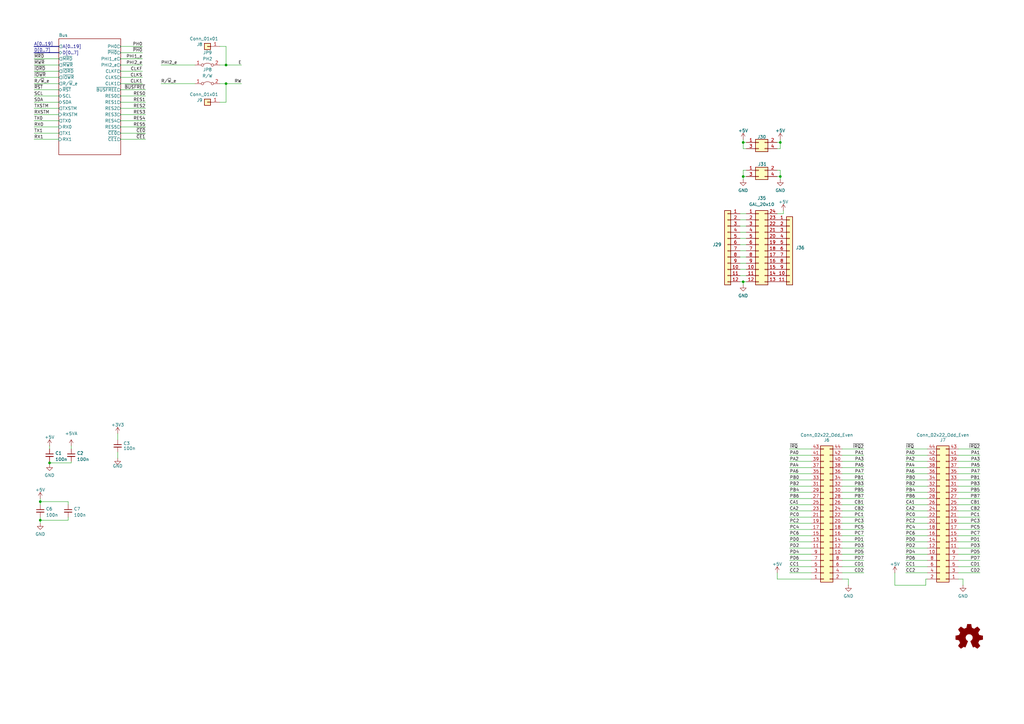
<source format=kicad_sch>
(kicad_sch (version 20231120) (generator "eeschema") (generator_version "8.0")
  (paper "A3")
  (title_block (title "Unicomp v3 - Template Board") (date "2024-10-01") (rev "v1.0") (company "100% Offner") (comment 1 "v1.0: Initial"))
  (lib_symbols
    (symbol "Connector_Generic:Conn_01x01" (pin_names (offset 1.016) hide)
      (property "Reference" "J" (at 0 2.54 0))
      (property "Value" "Conn_01x01" (at 0 -2.54 0))
      (symbol "Conn_01x01_1_1"
        (rectangle (start -1.27 0.127) (end 0 -0.127) (stroke (width 0.1524)))
        (rectangle (start -1.27 1.27) (end 1.27 -1.27) (stroke (width 0.254)) (fill (type background)))
        (pin passive line (at -5.08 0 0) (length 3.81) (name "Pin_1") (number "1"))
      )
    )
    (symbol "Connector_Generic:Conn_01x11" (pin_names (offset 1.016) hide)
      (property "Reference" "J" (at 0 15.24 0))
      (property "Value" "Conn_01x11" (at 0 -15.24 0))
      (symbol "Conn_01x11_1_1"
        (rectangle (start -1.27 -12.573) (end 0 -12.827) (stroke (width 0.1524)))
        (rectangle (start -1.27 -10.033) (end 0 -10.287) (stroke (width 0.1524)))
        (rectangle (start -1.27 -7.493) (end 0 -7.747) (stroke (width 0.1524)))
        (rectangle (start -1.27 -4.953) (end 0 -5.207) (stroke (width 0.1524)))
        (rectangle (start -1.27 -2.413) (end 0 -2.667) (stroke (width 0.1524)))
        (rectangle (start -1.27 0.127) (end 0 -0.127) (stroke (width 0.1524)))
        (rectangle (start -1.27 2.667) (end 0 2.413) (stroke (width 0.1524)))
        (rectangle (start -1.27 5.207) (end 0 4.953) (stroke (width 0.1524)))
        (rectangle (start -1.27 7.747) (end 0 7.493) (stroke (width 0.1524)))
        (rectangle (start -1.27 10.287) (end 0 10.033) (stroke (width 0.1524)))
        (rectangle (start -1.27 12.827) (end 0 12.573) (stroke (width 0.1524)))
        (rectangle (start -1.27 13.97) (end 1.27 -13.97) (stroke (width 0.254)) (fill (type background)))
        (pin passive line (at -5.08 12.7 0) (length 3.81) (name "Pin_1") (number "1"))
        (pin passive line (at -5.08 -10.16 0) (length 3.81) (name "Pin_10") (number "10"))
        (pin passive line (at -5.08 -12.7 0) (length 3.81) (name "Pin_11") (number "11"))
        (pin passive line (at -5.08 10.16 0) (length 3.81) (name "Pin_2") (number "2"))
        (pin passive line (at -5.08 7.62 0) (length 3.81) (name "Pin_3") (number "3"))
        (pin passive line (at -5.08 5.08 0) (length 3.81) (name "Pin_4") (number "4"))
        (pin passive line (at -5.08 2.54 0) (length 3.81) (name "Pin_5") (number "5"))
        (pin passive line (at -5.08 0 0) (length 3.81) (name "Pin_6") (number "6"))
        (pin passive line (at -5.08 -2.54 0) (length 3.81) (name "Pin_7") (number "7"))
        (pin passive line (at -5.08 -5.08 0) (length 3.81) (name "Pin_8") (number "8"))
        (pin passive line (at -5.08 -7.62 0) (length 3.81) (name "Pin_9") (number "9"))
      )
    )
    (symbol "Connector_Generic:Conn_01x12" (pin_names (offset 1.016) hide)
      (property "Reference" "J" (at 0 15.24 0))
      (property "Value" "Conn_01x12" (at 0 -17.78 0))
      (symbol "Conn_01x12_1_1"
        (rectangle (start -1.27 -15.113) (end 0 -15.367) (stroke (width 0.1524)))
        (rectangle (start -1.27 -12.573) (end 0 -12.827) (stroke (width 0.1524)))
        (rectangle (start -1.27 -10.033) (end 0 -10.287) (stroke (width 0.1524)))
        (rectangle (start -1.27 -7.493) (end 0 -7.747) (stroke (width 0.1524)))
        (rectangle (start -1.27 -4.953) (end 0 -5.207) (stroke (width 0.1524)))
        (rectangle (start -1.27 -2.413) (end 0 -2.667) (stroke (width 0.1524)))
        (rectangle (start -1.27 0.127) (end 0 -0.127) (stroke (width 0.1524)))
        (rectangle (start -1.27 2.667) (end 0 2.413) (stroke (width 0.1524)))
        (rectangle (start -1.27 5.207) (end 0 4.953) (stroke (width 0.1524)))
        (rectangle (start -1.27 7.747) (end 0 7.493) (stroke (width 0.1524)))
        (rectangle (start -1.27 10.287) (end 0 10.033) (stroke (width 0.1524)))
        (rectangle (start -1.27 12.827) (end 0 12.573) (stroke (width 0.1524)))
        (rectangle (start -1.27 13.97) (end 1.27 -16.51) (stroke (width 0.254)) (fill (type background)))
        (pin passive line (at -5.08 12.7 0) (length 3.81) (name "Pin_1") (number "1"))
        (pin passive line (at -5.08 -10.16 0) (length 3.81) (name "Pin_10") (number "10"))
        (pin passive line (at -5.08 -12.7 0) (length 3.81) (name "Pin_11") (number "11"))
        (pin passive line (at -5.08 -15.24 0) (length 3.81) (name "Pin_12") (number "12"))
        (pin passive line (at -5.08 10.16 0) (length 3.81) (name "Pin_2") (number "2"))
        (pin passive line (at -5.08 7.62 0) (length 3.81) (name "Pin_3") (number "3"))
        (pin passive line (at -5.08 5.08 0) (length 3.81) (name "Pin_4") (number "4"))
        (pin passive line (at -5.08 2.54 0) (length 3.81) (name "Pin_5") (number "5"))
        (pin passive line (at -5.08 0 0) (length 3.81) (name "Pin_6") (number "6"))
        (pin passive line (at -5.08 -2.54 0) (length 3.81) (name "Pin_7") (number "7"))
        (pin passive line (at -5.08 -5.08 0) (length 3.81) (name "Pin_8") (number "8"))
        (pin passive line (at -5.08 -7.62 0) (length 3.81) (name "Pin_9") (number "9"))
      )
    )
    (symbol "Connector_Generic:Conn_02x02_Odd_Even" (pin_names (offset 1.016) hide)
      (property "Reference" "J" (at 1.27 2.54 0))
      (property "Value" "Conn_02x02_Odd_Even" (at 1.27 -5.08 0))
      (symbol "Conn_02x02_Odd_Even_1_1"
        (rectangle (start -1.27 -2.413) (end 0 -2.667) (stroke (width 0.1524)))
        (rectangle (start -1.27 0.127) (end 0 -0.127) (stroke (width 0.1524)))
        (rectangle (start -1.27 1.27) (end 3.81 -3.81) (stroke (width 0.254)) (fill (type background)))
        (rectangle (start 3.81 -2.413) (end 2.54 -2.667) (stroke (width 0.1524)))
        (rectangle (start 3.81 0.127) (end 2.54 -0.127) (stroke (width 0.1524)))
        (pin passive line (at -5.08 0 0) (length 3.81) (name "Pin_1") (number "1"))
        (pin passive line (at 7.62 0 180) (length 3.81) (name "Pin_2") (number "2"))
        (pin passive line (at -5.08 -2.54 0) (length 3.81) (name "Pin_3") (number "3"))
        (pin passive line (at 7.62 -2.54 180) (length 3.81) (name "Pin_4") (number "4"))
      )
    )
    (symbol "Connector_Generic:Conn_02x12_Counter_Clockwise" (pin_names (offset 1.016) hide)
      (property "Reference" "J" (at 1.27 15.24 0))
      (property "Value" "Conn_02x12_Counter_Clockwise" (at 1.27 -17.78 0))
      (symbol "Conn_02x12_Counter_Clockwise_1_1"
        (rectangle (start -1.27 -15.113) (end 0 -15.367) (stroke (width 0.1524)))
        (rectangle (start -1.27 -12.573) (end 0 -12.827) (stroke (width 0.1524)))
        (rectangle (start -1.27 -10.033) (end 0 -10.287) (stroke (width 0.1524)))
        (rectangle (start -1.27 -7.493) (end 0 -7.747) (stroke (width 0.1524)))
        (rectangle (start -1.27 -4.953) (end 0 -5.207) (stroke (width 0.1524)))
        (rectangle (start -1.27 -2.413) (end 0 -2.667) (stroke (width 0.1524)))
        (rectangle (start -1.27 0.127) (end 0 -0.127) (stroke (width 0.1524)))
        (rectangle (start -1.27 2.667) (end 0 2.413) (stroke (width 0.1524)))
        (rectangle (start -1.27 5.207) (end 0 4.953) (stroke (width 0.1524)))
        (rectangle (start -1.27 7.747) (end 0 7.493) (stroke (width 0.1524)))
        (rectangle (start -1.27 10.287) (end 0 10.033) (stroke (width 0.1524)))
        (rectangle (start -1.27 12.827) (end 0 12.573) (stroke (width 0.1524)))
        (rectangle (start -1.27 13.97) (end 3.81 -16.51) (stroke (width 0.254)) (fill (type background)))
        (rectangle (start 3.81 -15.113) (end 2.54 -15.367) (stroke (width 0.1524)))
        (rectangle (start 3.81 -12.573) (end 2.54 -12.827) (stroke (width 0.1524)))
        (rectangle (start 3.81 -10.033) (end 2.54 -10.287) (stroke (width 0.1524)))
        (rectangle (start 3.81 -7.493) (end 2.54 -7.747) (stroke (width 0.1524)))
        (rectangle (start 3.81 -4.953) (end 2.54 -5.207) (stroke (width 0.1524)))
        (rectangle (start 3.81 -2.413) (end 2.54 -2.667) (stroke (width 0.1524)))
        (rectangle (start 3.81 0.127) (end 2.54 -0.127) (stroke (width 0.1524)))
        (rectangle (start 3.81 2.667) (end 2.54 2.413) (stroke (width 0.1524)))
        (rectangle (start 3.81 5.207) (end 2.54 4.953) (stroke (width 0.1524)))
        (rectangle (start 3.81 7.747) (end 2.54 7.493) (stroke (width 0.1524)))
        (rectangle (start 3.81 10.287) (end 2.54 10.033) (stroke (width 0.1524)))
        (rectangle (start 3.81 12.827) (end 2.54 12.573) (stroke (width 0.1524)))
        (pin passive line (at -5.08 12.7 0) (length 3.81) (name "Pin_1") (number "1"))
        (pin passive line (at -5.08 -10.16 0) (length 3.81) (name "Pin_10") (number "10"))
        (pin passive line (at -5.08 -12.7 0) (length 3.81) (name "Pin_11") (number "11"))
        (pin passive line (at -5.08 -15.24 0) (length 3.81) (name "Pin_12") (number "12"))
        (pin passive line (at 7.62 -15.24 180) (length 3.81) (name "Pin_13") (number "13"))
        (pin passive line (at 7.62 -12.7 180) (length 3.81) (name "Pin_14") (number "14"))
        (pin passive line (at 7.62 -10.16 180) (length 3.81) (name "Pin_15") (number "15"))
        (pin passive line (at 7.62 -7.62 180) (length 3.81) (name "Pin_16") (number "16"))
        (pin passive line (at 7.62 -5.08 180) (length 3.81) (name "Pin_17") (number "17"))
        (pin passive line (at 7.62 -2.54 180) (length 3.81) (name "Pin_18") (number "18"))
        (pin passive line (at 7.62 0 180) (length 3.81) (name "Pin_19") (number "19"))
        (pin passive line (at -5.08 10.16 0) (length 3.81) (name "Pin_2") (number "2"))
        (pin passive line (at 7.62 2.54 180) (length 3.81) (name "Pin_20") (number "20"))
        (pin passive line (at 7.62 5.08 180) (length 3.81) (name "Pin_21") (number "21"))
        (pin passive line (at 7.62 7.62 180) (length 3.81) (name "Pin_22") (number "22"))
        (pin passive line (at 7.62 10.16 180) (length 3.81) (name "Pin_23") (number "23"))
        (pin passive line (at 7.62 12.7 180) (length 3.81) (name "Pin_24") (number "24"))
        (pin passive line (at -5.08 7.62 0) (length 3.81) (name "Pin_3") (number "3"))
        (pin passive line (at -5.08 5.08 0) (length 3.81) (name "Pin_4") (number "4"))
        (pin passive line (at -5.08 2.54 0) (length 3.81) (name "Pin_5") (number "5"))
        (pin passive line (at -5.08 0 0) (length 3.81) (name "Pin_6") (number "6"))
        (pin passive line (at -5.08 -2.54 0) (length 3.81) (name "Pin_7") (number "7"))
        (pin passive line (at -5.08 -5.08 0) (length 3.81) (name "Pin_8") (number "8"))
        (pin passive line (at -5.08 -7.62 0) (length 3.81) (name "Pin_9") (number "9"))
      )
    )
    (symbol "Connector_Generic:Conn_02x22_Odd_Even" (pin_names (offset 1.016) hide)
      (property "Reference" "J" (at 1.27 27.94 0))
      (property "Value" "Conn_02x22_Odd_Even" (at 1.27 -30.48 0))
      (symbol "Conn_02x22_Odd_Even_1_1"
        (rectangle (start -1.27 -27.813) (end 0 -28.067) (stroke (width 0.1524)))
        (rectangle (start -1.27 -25.273) (end 0 -25.527) (stroke (width 0.1524)))
        (rectangle (start -1.27 -22.733) (end 0 -22.987) (stroke (width 0.1524)))
        (rectangle (start -1.27 -20.193) (end 0 -20.447) (stroke (width 0.1524)))
        (rectangle (start -1.27 -17.653) (end 0 -17.907) (stroke (width 0.1524)))
        (rectangle (start -1.27 -15.113) (end 0 -15.367) (stroke (width 0.1524)))
        (rectangle (start -1.27 -12.573) (end 0 -12.827) (stroke (width 0.1524)))
        (rectangle (start -1.27 -10.033) (end 0 -10.287) (stroke (width 0.1524)))
        (rectangle (start -1.27 -7.493) (end 0 -7.747) (stroke (width 0.1524)))
        (rectangle (start -1.27 -4.953) (end 0 -5.207) (stroke (width 0.1524)))
        (rectangle (start -1.27 -2.413) (end 0 -2.667) (stroke (width 0.1524)))
        (rectangle (start -1.27 0.127) (end 0 -0.127) (stroke (width 0.1524)))
        (rectangle (start -1.27 2.667) (end 0 2.413) (stroke (width 0.1524)))
        (rectangle (start -1.27 5.207) (end 0 4.953) (stroke (width 0.1524)))
        (rectangle (start -1.27 7.747) (end 0 7.493) (stroke (width 0.1524)))
        (rectangle (start -1.27 10.287) (end 0 10.033) (stroke (width 0.1524)))
        (rectangle (start -1.27 12.827) (end 0 12.573) (stroke (width 0.1524)))
        (rectangle (start -1.27 15.367) (end 0 15.113) (stroke (width 0.1524)))
        (rectangle (start -1.27 17.907) (end 0 17.653) (stroke (width 0.1524)))
        (rectangle (start -1.27 20.447) (end 0 20.193) (stroke (width 0.1524)))
        (rectangle (start -1.27 22.987) (end 0 22.733) (stroke (width 0.1524)))
        (rectangle (start -1.27 25.527) (end 0 25.273) (stroke (width 0.1524)))
        (rectangle (start -1.27 26.67) (end 3.81 -29.21) (stroke (width 0.254)) (fill (type background)))
        (rectangle (start 3.81 -27.813) (end 2.54 -28.067) (stroke (width 0.1524)))
        (rectangle (start 3.81 -25.273) (end 2.54 -25.527) (stroke (width 0.1524)))
        (rectangle (start 3.81 -22.733) (end 2.54 -22.987) (stroke (width 0.1524)))
        (rectangle (start 3.81 -20.193) (end 2.54 -20.447) (stroke (width 0.1524)))
        (rectangle (start 3.81 -17.653) (end 2.54 -17.907) (stroke (width 0.1524)))
        (rectangle (start 3.81 -15.113) (end 2.54 -15.367) (stroke (width 0.1524)))
        (rectangle (start 3.81 -12.573) (end 2.54 -12.827) (stroke (width 0.1524)))
        (rectangle (start 3.81 -10.033) (end 2.54 -10.287) (stroke (width 0.1524)))
        (rectangle (start 3.81 -7.493) (end 2.54 -7.747) (stroke (width 0.1524)))
        (rectangle (start 3.81 -4.953) (end 2.54 -5.207) (stroke (width 0.1524)))
        (rectangle (start 3.81 -2.413) (end 2.54 -2.667) (stroke (width 0.1524)))
        (rectangle (start 3.81 0.127) (end 2.54 -0.127) (stroke (width 0.1524)))
        (rectangle (start 3.81 2.667) (end 2.54 2.413) (stroke (width 0.1524)))
        (rectangle (start 3.81 5.207) (end 2.54 4.953) (stroke (width 0.1524)))
        (rectangle (start 3.81 7.747) (end 2.54 7.493) (stroke (width 0.1524)))
        (rectangle (start 3.81 10.287) (end 2.54 10.033) (stroke (width 0.1524)))
        (rectangle (start 3.81 12.827) (end 2.54 12.573) (stroke (width 0.1524)))
        (rectangle (start 3.81 15.367) (end 2.54 15.113) (stroke (width 0.1524)))
        (rectangle (start 3.81 17.907) (end 2.54 17.653) (stroke (width 0.1524)))
        (rectangle (start 3.81 20.447) (end 2.54 20.193) (stroke (width 0.1524)))
        (rectangle (start 3.81 22.987) (end 2.54 22.733) (stroke (width 0.1524)))
        (rectangle (start 3.81 25.527) (end 2.54 25.273) (stroke (width 0.1524)))
        (pin passive line (at -5.08 25.4 0) (length 3.81) (name "Pin_1") (number "1"))
        (pin passive line (at 7.62 15.24 180) (length 3.81) (name "Pin_10") (number "10"))
        (pin passive line (at -5.08 12.7 0) (length 3.81) (name "Pin_11") (number "11"))
        (pin passive line (at 7.62 12.7 180) (length 3.81) (name "Pin_12") (number "12"))
        (pin passive line (at -5.08 10.16 0) (length 3.81) (name "Pin_13") (number "13"))
        (pin passive line (at 7.62 10.16 180) (length 3.81) (name "Pin_14") (number "14"))
        (pin passive line (at -5.08 7.62 0) (length 3.81) (name "Pin_15") (number "15"))
        (pin passive line (at 7.62 7.62 180) (length 3.81) (name "Pin_16") (number "16"))
        (pin passive line (at -5.08 5.08 0) (length 3.81) (name "Pin_17") (number "17"))
        (pin passive line (at 7.62 5.08 180) (length 3.81) (name "Pin_18") (number "18"))
        (pin passive line (at -5.08 2.54 0) (length 3.81) (name "Pin_19") (number "19"))
        (pin passive line (at 7.62 25.4 180) (length 3.81) (name "Pin_2") (number "2"))
        (pin passive line (at 7.62 2.54 180) (length 3.81) (name "Pin_20") (number "20"))
        (pin passive line (at -5.08 0 0) (length 3.81) (name "Pin_21") (number "21"))
        (pin passive line (at 7.62 0 180) (length 3.81) (name "Pin_22") (number "22"))
        (pin passive line (at -5.08 -2.54 0) (length 3.81) (name "Pin_23") (number "23"))
        (pin passive line (at 7.62 -2.54 180) (length 3.81) (name "Pin_24") (number "24"))
        (pin passive line (at -5.08 -5.08 0) (length 3.81) (name "Pin_25") (number "25"))
        (pin passive line (at 7.62 -5.08 180) (length 3.81) (name "Pin_26") (number "26"))
        (pin passive line (at -5.08 -7.62 0) (length 3.81) (name "Pin_27") (number "27"))
        (pin passive line (at 7.62 -7.62 180) (length 3.81) (name "Pin_28") (number "28"))
        (pin passive line (at -5.08 -10.16 0) (length 3.81) (name "Pin_29") (number "29"))
        (pin passive line (at -5.08 22.86 0) (length 3.81) (name "Pin_3") (number "3"))
        (pin passive line (at 7.62 -10.16 180) (length 3.81) (name "Pin_30") (number "30"))
        (pin passive line (at -5.08 -12.7 0) (length 3.81) (name "Pin_31") (number "31"))
        (pin passive line (at 7.62 -12.7 180) (length 3.81) (name "Pin_32") (number "32"))
        (pin passive line (at -5.08 -15.24 0) (length 3.81) (name "Pin_33") (number "33"))
        (pin passive line (at 7.62 -15.24 180) (length 3.81) (name "Pin_34") (number "34"))
        (pin passive line (at -5.08 -17.78 0) (length 3.81) (name "Pin_35") (number "35"))
        (pin passive line (at 7.62 -17.78 180) (length 3.81) (name "Pin_36") (number "36"))
        (pin passive line (at -5.08 -20.32 0) (length 3.81) (name "Pin_37") (number "37"))
        (pin passive line (at 7.62 -20.32 180) (length 3.81) (name "Pin_38") (number "38"))
        (pin passive line (at -5.08 -22.86 0) (length 3.81) (name "Pin_39") (number "39"))
        (pin passive line (at 7.62 22.86 180) (length 3.81) (name "Pin_4") (number "4"))
        (pin passive line (at 7.62 -22.86 180) (length 3.81) (name "Pin_40") (number "40"))
        (pin passive line (at -5.08 -25.4 0) (length 3.81) (name "Pin_41") (number "41"))
        (pin passive line (at 7.62 -25.4 180) (length 3.81) (name "Pin_42") (number "42"))
        (pin passive line (at -5.08 -27.94 0) (length 3.81) (name "Pin_43") (number "43"))
        (pin passive line (at 7.62 -27.94 180) (length 3.81) (name "Pin_44") (number "44"))
        (pin passive line (at -5.08 20.32 0) (length 3.81) (name "Pin_5") (number "5"))
        (pin passive line (at 7.62 20.32 180) (length 3.81) (name "Pin_6") (number "6"))
        (pin passive line (at -5.08 17.78 0) (length 3.81) (name "Pin_7") (number "7"))
        (pin passive line (at 7.62 17.78 180) (length 3.81) (name "Pin_8") (number "8"))
        (pin passive line (at -5.08 15.24 0) (length 3.81) (name "Pin_9") (number "9"))
      )
    )
    (symbol "Device:C_Small" (pin_numbers hide) (pin_names (offset 0.254) hide)
      (property "Reference" "C" (at 0.254 1.778 0))
      (property "Value" "C_Small" (at 0.254 -2.032 0))
      (symbol "C_Small_0_1"
        (polyline (pts (xy -1.524 -0.508) (xy 1.524 -0.508)) (stroke (width 0.3302)))
        (polyline (pts (xy -1.524 0.508) (xy 1.524 0.508)) (stroke (width 0.3048)))
      )
      (symbol "C_Small_1_1"
        (pin passive line (at 0 2.54 270) (length 2.032) (name "~") (number "1"))
        (pin passive line (at 0 -2.54 90) (length 2.032) (name "~") (number "2"))
      )
    )
    (symbol "Graphic:Logo_Open_Hardware_Small" (in_bom no) (on_board no)
      (symbol "Logo_Open_Hardware_Small_0_1"
        (polyline (pts (xy 3.3528 -4.3434) (xy 3.302 -4.318) (xy 3.175 -4.2418) (xy 2.9972 -4.1148) (xy 2.7686 -3.9624) (xy 2.54 -3.81) (xy 2.3622 -3.7084) (xy 2.2352 -3.6068) (xy 2.1844 -3.5814) (xy 2.159 -3.6068) (xy 2.0574 -3.6576) (xy 1.905 -3.7338) (xy 1.8034 -3.7846) (xy 1.6764 -3.8354) (xy 1.6002 -3.8354) (xy 1.6002 -3.8354) (xy 1.5494 -3.7338) (xy 1.4732 -3.5306) (xy 1.3462 -3.302) (xy 1.2446 -3.0226) (xy 1.1176 -2.7178) (xy 0.9652 -2.413) (xy 0.8636 -2.1082) (xy 0.7366 -1.8288) (xy 0.6604 -1.6256) (xy 0.6096 -1.4732) (xy 0.5842 -1.397) (xy 0.5842 -1.397) (xy 0.6604 -1.3208) (xy 0.7874 -1.2446) (xy 1.0414 -1.016) (xy 1.2954 -0.6858) (xy 1.4478 -0.3302) (xy 1.524 0.0762) (xy 1.4732 0.4572) (xy 1.3208 0.8128) (xy 1.0668 1.143) (xy 0.762 1.3716) (xy 0.4064 1.524) (xy 0 1.5748) (xy -0.381 1.5494) (xy -0.7366 1.397) (xy -1.0668 1.143) (xy -1.2192 0.9906) (xy -1.397 0.6604) (xy -1.524 0.3048) (xy -1.524 0.2286) (xy -1.4986 -0.1778) (xy -1.397 -0.5334) (xy -1.1938 -0.8636) (xy -0.9144 -1.143) (xy -0.8636 -1.1684) (xy -0.7366 -1.27) (xy -0.635 -1.3462) (xy -0.5842 -1.397) (xy -1.0668 -2.5908) (xy -1.143 -2.794) (xy -1.2954 -3.1242) (xy -1.397 -3.4036) (xy -1.4986 -3.6322) (xy -1.5748 -3.7846) (xy -1.6002 -3.8354) (xy -1.6002 -3.8354) (xy -1.651 -3.8354) (xy -1.7272 -3.81) (xy -1.905 -3.7338) (xy -2.0066 -3.683) (xy -2.1336 -3.6068) (xy -2.2098 -3.5814) (xy -2.2606 -3.6068) (xy -2.3622 -3.683) (xy -2.54 -3.81) (xy -2.7686 -3.9624) (xy -2.9718 -4.0894) (xy -3.1496 -4.2164) (xy -3.302 -4.318) (xy -3.3528 -4.3434) (xy -3.3782 -4.3434) (xy -3.429 -4.318) (xy -3.5306 -4.2164) (xy -3.7084 -4.064) (xy -3.937 -3.8354) (xy -3.9624 -3.81) (xy -4.1656 -3.6068) (xy -4.318 -3.4544) (xy -4.4196 -3.3274) (xy -4.445 -3.2766) (xy -4.445 -3.2766) (xy -4.4196 -3.2258) (xy -4.318 -3.0734) (xy -4.2164 -2.8956) (xy -4.064 -2.667) (xy -3.6576 -2.0828) (xy -3.8862 -1.5494) (xy -3.937 -1.3716) (xy -4.0386 -1.1684) (xy -4.0894 -1.0414) (xy -4.1148 -0.9652) (xy -4.191 -0.9398) (xy -4.318 -0.9144) (xy -4.5466 -0.8636) (xy -4.8006 -0.8128) (xy -5.0546 -0.7874) (xy -5.2578 -0.7366) (xy -5.4356 -0.7112) (xy -5.5118 -0.6858) (xy -5.5118 -0.6858) (xy -5.5372 -0.635) (xy -5.5372 -0.5588) (xy -5.5372 -0.4318) (xy -5.5626 -0.2286) (xy -5.5626 0.0762) (xy -5.5626 0.127) (xy -5.5372 0.4064) (xy -5.5372 0.635) (xy -5.5372 0.762) (xy -5.5372 0.8382) (xy -5.5372 0.8382) (xy -5.461 0.8382) (xy -5.3086 0.889) (xy -5.08 0.9144) (xy -4.826 0.9652) (xy -4.8006 0.9906) (xy -4.5466 1.0414) (xy -4.318 1.0668) (xy -4.1656 1.1176) (xy -4.0894 1.143) (xy -4.0894 1.143) (xy -4.0386 1.2446) (xy -3.9624 1.4224) (xy -3.8608 1.6256) (xy -3.7846 1.8288) (xy -3.7084 2.0066) (xy -3.6576 2.159) (xy -3.6322 2.2098) (xy -3.6322 2.2098) (xy -3.683 2.286) (xy -3.7592 2.413) (xy -3.8862 2.5908) (xy -4.064 2.8194) (xy -4.064 2.8448) (xy -4.2164 3.0734) (xy -4.3434 3.2512) (xy -4.4196 3.3782) (xy -4.445 3.4544) (xy -4.445 3.4544) (xy -4.3942 3.5052) (xy -4.2926 3.6322) (xy -4.1148 3.81) (xy -3.937 4.0132) (xy -3.8608 4.064) (xy -3.6576 4.2926) (xy -3.5052 4.4196) (xy -3.4036 4.4958) (xy -3.3528 4.5212) (xy -3.3528 4.5212) (xy -3.302 4.4704) (xy -3.1496 4.3688) (xy -2.9718 4.2418) (xy -2.7432 4.0894) (xy -2.7178 4.0894) (xy -2.4892 3.937) (xy -2.3114 3.81) (xy -2.1844 3.7084) (xy -2.1336 3.683) (xy -2.1082 3.683) (xy -2.032 3.7084) (xy -1.8542 3.7592) (xy -1.6764 3.8354) (xy -1.4732 3.937) (xy -1.27 4.0132) (xy -1.143 4.064) (xy -1.0668 4.1148) (xy -1.0668 4.1148) (xy -1.0414 4.191) (xy -1.016 4.3434) (xy -0.9652 4.572) (xy -0.9144 4.8514) (xy -0.889 4.9022) (xy -0.8382 5.1562) (xy -0.8128 5.3848) (xy -0.7874 5.5372) (xy -0.762 5.588) (xy -0.7112 5.6134) (xy -0.5842 5.6134) (xy -0.4064 5.6134) (xy -0.1524 5.6134) (xy 0.0762 5.6134) (xy 0.3302 5.6134) (xy 0.5334 5.6134) (xy 0.6858 5.588) (xy 0.7366 5.588) (xy 0.7366 5.588) (xy 0.762 5.5118) (xy 0.8128 5.334) (xy 0.8382 5.1054) (xy 0.9144 4.826) (xy 0.9144 4.7752) (xy 0.9652 4.5212) (xy 1.016 4.2926) (xy 1.0414 4.1402) (xy 1.0668 4.0894) (xy 1.0668 4.0894) (xy 1.1938 4.0386) (xy 1.3716 3.9624) (xy 1.5748 3.8608) (xy 2.0828 3.6576) (xy 2.7178 4.0894) (xy 2.7686 4.1402) (xy 2.9972 4.2926) (xy 3.175 4.4196) (xy 3.302 4.4958) (xy 3.3782 4.5212) (xy 3.3782 4.5212) (xy 3.429 4.4704) (xy 3.556 4.3434) (xy 3.7338 4.191) (xy 3.9116 3.9878) (xy 4.064 3.8354) (xy 4.2418 3.6576) (xy 4.3434 3.556) (xy 4.4196 3.4798) (xy 4.4196 3.429) (xy 4.4196 3.4036) (xy 4.3942 3.3274) (xy 4.2926 3.2004) (xy 4.1656 2.9972) (xy 4.0132 2.794) (xy 3.8862 2.5908) (xy 3.7592 2.3876) (xy 3.6576 2.2352) (xy 3.6322 2.159) (xy 3.6322 2.1336) (xy 3.683 2.0066) (xy 3.7592 1.8288) (xy 3.8608 1.6002) (xy 4.064 1.1176) (xy 4.3942 1.0414) (xy 4.5974 1.016) (xy 4.8768 0.9652) (xy 5.1308 0.9144) (xy 5.5372 0.8382) (xy 5.5626 -0.6604) (xy 5.4864 -0.6858) (xy 5.4356 -0.6858) (xy 5.2832 -0.7366) (xy 5.0546 -0.762) (xy 4.8006 -0.8128) (xy 4.5974 -0.8636) (xy 4.3688 -0.9144) (xy 4.2164 -0.9398) (xy 4.1402 -0.9398) (xy 4.1148 -0.9652) (xy 4.064 -1.0668) (xy 3.9878 -1.2446) (xy 3.9116 -1.4478) (xy 3.81 -1.651) (xy 3.7338 -1.8542) (xy 3.683 -2.0066) (xy 3.6576 -2.0828) (xy 3.683 -2.1336) (xy 3.7846 -2.2606) (xy 3.8862 -2.4638) (xy 4.0386 -2.667) (xy 4.191 -2.8956) (xy 4.318 -3.0734) (xy 4.3942 -3.2004) (xy 4.445 -3.2766) (xy 4.4196 -3.3274) (xy 4.3434 -3.429) (xy 4.1656 -3.5814) (xy 3.937 -3.8354) (xy 3.8862 -3.8608) (xy 3.683 -4.064) (xy 3.5306 -4.2164) (xy 3.4036 -4.318) (xy 3.3528 -4.3434)) (fill (type outline)))
      )
    )
    (symbol "Jumper:Jumper_2_Bridged" (pin_names (offset 0) hide)
      (property "Reference" "JP" (at 0 1.905 0))
      (property "Value" "Jumper_2_Bridged" (at 0 -2.54 0))
      (symbol "Jumper_2_Bridged_0_0"
        (circle (center -2.032 0) (radius 0.508))
        (circle (center 2.032 0) (radius 0.508))
      )
      (symbol "Jumper_2_Bridged_0_1"
        (arc (start 1.524 0.254) (mid 0 0.762) (end -1.524 0.254))
      )
      (symbol "Jumper_2_Bridged_1_1"
        (pin passive line (at -5.08 0 0) (length 2.54) (name "A") (number "1"))
        (pin passive line (at 5.08 0 180) (length 2.54) (name "B") (number "2"))
      )
    )
    (symbol "power:+3V3" (power) (pin_numbers hide) (pin_names (offset 0) hide)
      (property "Value" "+3V3" (at 0 3.556 0))
      (symbol "+3V3_0_1"
        (polyline (pts (xy -0.762 1.27) (xy 0 2.54)))
        (polyline (pts (xy 0 0) (xy 0 2.54)))
        (polyline (pts (xy 0 2.54) (xy 0.762 1.27)))
      )
      (symbol "+3V3_1_1"
        (pin power_in line (at 0 0 90) (length 0) (name "~") (number "1"))
      )
    )
    (symbol "power:+5V" (power) (pin_numbers hide) (pin_names (offset 0) hide)
      (property "Value" "+5V" (at 0 3.556 0))
      (symbol "+5V_0_1"
        (polyline (pts (xy -0.762 1.27) (xy 0 2.54)))
        (polyline (pts (xy 0 0) (xy 0 2.54)))
        (polyline (pts (xy 0 2.54) (xy 0.762 1.27)))
      )
      (symbol "+5V_1_1"
        (pin power_in line (at 0 0 90) (length 0) (name "~") (number "1"))
      )
    )
    (symbol "power:+5VA" (power) (pin_numbers hide) (pin_names (offset 0) hide)
      (property "Value" "+5VA" (at 0 3.556 0))
      (symbol "+5VA_0_1"
        (polyline (pts (xy -0.762 1.27) (xy 0 2.54)))
        (polyline (pts (xy 0 0) (xy 0 2.54)))
        (polyline (pts (xy 0 2.54) (xy 0.762 1.27)))
      )
      (symbol "+5VA_1_1"
        (pin power_in line (at 0 0 90) (length 0) (name "~") (number "1"))
      )
    )
    (symbol "power:GND" (power) (pin_numbers hide) (pin_names (offset 0) hide)
      (property "Value" "GND" (at 0 -3.81 0))
      (symbol "GND_0_1"
        (polyline (pts (xy 0 0) (xy 0 -1.27) (xy 1.27 -1.27) (xy 0 -2.54) (xy -1.27 -1.27) (xy 0 -1.27)))
      )
      (symbol "GND_1_1"
        (pin power_in line (at 0 0 270) (length 0) (name "~") (number "1"))
      )
    )
  )
  (junction (at 304.8 72.39))
  (junction (at 16.51 213.36))
  (junction (at 92.71 34.29))
  (junction (at 320.04 58.42))
  (junction (at 92.71 26.67))
  (junction (at 304.8 58.42))
  (junction (at 16.51 205.74))
  (junction (at 320.04 72.39))
  (junction (at 20.32 189.865))
  (junction (at 304.8 115.57))
  (wire (pts (xy 318.77 237.49) (xy 332.74 237.49)))
  (wire (pts (xy 379.73 237.49) (xy 380.365 237.49)))
  (wire (pts (xy 303.53 102.87) (xy 306.07 102.87)))
  (wire (pts (xy 393.065 186.69) (xy 401.955 186.69)))
  (wire (pts (xy 303.53 92.71) (xy 306.07 92.71)))
  (wire (pts (xy 13.97 39.37) (xy 24.13 39.37)))
  (wire (pts (xy 318.77 234.95) (xy 318.77 237.49)))
  (wire (pts (xy 371.475 196.85) (xy 380.365 196.85)))
  (wire (pts (xy 13.97 31.75) (xy 24.13 31.75)))
  (wire (pts (xy 320.04 58.42) (xy 320.04 60.96)))
  (wire (pts (xy 304.8 58.42) (xy 306.07 58.42)))
  (wire (pts (xy 371.475 214.63) (xy 380.365 214.63)))
  (wire (pts (xy 393.065 224.79) (xy 401.955 224.79)))
  (wire (pts (xy 13.97 41.91) (xy 24.13 41.91)))
  (wire (pts (xy 371.475 227.33) (xy 380.365 227.33)))
  (wire (pts (xy 371.475 234.95) (xy 380.365 234.95)))
  (wire (pts (xy 49.53 34.29) (xy 58.42 34.29)))
  (wire (pts (xy 393.065 229.87) (xy 401.955 229.87)))
  (wire (pts (xy 303.53 105.41) (xy 306.07 105.41)))
  (wire (pts (xy 345.44 184.15) (xy 354.33 184.15)))
  (wire (pts (xy 371.475 191.77) (xy 380.365 191.77)))
  (wire (pts (xy 20.32 190.5) (xy 20.32 189.865)))
  (wire (pts (xy 345.44 191.77) (xy 354.33 191.77)))
  (wire (pts (xy 20.32 189.865) (xy 29.21 189.865)))
  (wire (pts (xy 393.065 201.93) (xy 401.955 201.93)))
  (wire (pts (xy 393.065 214.63) (xy 401.955 214.63)))
  (wire (pts (xy 393.065 237.49) (xy 394.97 237.49)))
  (wire (pts (xy 320.04 60.96) (xy 318.77 60.96)))
  (wire (pts (xy 92.71 41.91) (xy 92.71 34.29)))
  (wire (pts (xy 371.475 186.69) (xy 380.365 186.69)))
  (wire (pts (xy 304.8 72.39) (xy 304.8 73.66)))
  (wire (pts (xy 345.44 229.87) (xy 354.33 229.87)))
  (wire (pts (xy 49.53 46.99) (xy 59.69 46.99)))
  (wire (pts (xy 303.53 97.79) (xy 306.07 97.79)))
  (wire (pts (xy 393.065 219.71) (xy 401.955 219.71)))
  (wire (pts (xy 345.44 212.09) (xy 354.33 212.09)))
  (wire (pts (xy 13.97 46.99) (xy 24.13 46.99)))
  (wire (pts (xy 49.53 54.61) (xy 59.69 54.61)))
  (wire (pts (xy 393.065 196.85) (xy 401.955 196.85)))
  (wire (pts (xy 345.44 186.69) (xy 354.33 186.69)))
  (wire (pts (xy 13.97 54.61) (xy 24.13 54.61)))
  (wire (pts (xy 66.04 26.67) (xy 80.01 26.67)))
  (wire (pts (xy 303.53 110.49) (xy 306.07 110.49)))
  (wire (pts (xy 303.53 107.95) (xy 306.07 107.95)))
  (wire (pts (xy 27.94 213.36) (xy 16.51 213.36)))
  (wire (pts (xy 304.8 115.57) (xy 306.07 115.57)))
  (wire (pts (xy 345.44 209.55) (xy 354.33 209.55)))
  (wire (pts (xy 323.85 214.63) (xy 332.74 214.63)))
  (wire (pts (xy 371.475 204.47) (xy 380.365 204.47)))
  (wire (pts (xy 323.85 234.95) (xy 332.74 234.95)))
  (wire (pts (xy 49.53 26.67) (xy 58.42 26.67)))
  (wire (pts (xy 304.8 60.96) (xy 306.07 60.96)))
  (wire (pts (xy 345.44 204.47) (xy 354.33 204.47)))
  (wire (pts (xy 49.53 39.37) (xy 59.69 39.37)))
  (wire (pts (xy 323.85 219.71) (xy 332.74 219.71)))
  (wire (pts (xy 371.475 184.15) (xy 380.365 184.15)))
  (wire (pts (xy 320.04 69.85) (xy 320.04 72.39)))
  (wire (pts (xy 345.44 201.93) (xy 354.33 201.93)))
  (wire (pts (xy 303.53 100.33) (xy 306.07 100.33)))
  (wire (pts (xy 345.44 224.79) (xy 354.33 224.79)))
  (wire (pts (xy 323.85 196.85) (xy 332.74 196.85)))
  (wire (pts (xy 303.53 113.03) (xy 306.07 113.03)))
  (wire (pts (xy 304.8 72.39) (xy 306.07 72.39)))
  (wire (pts (xy 393.065 207.01) (xy 401.955 207.01)))
  (wire (pts (xy 13.97 34.29) (xy 24.13 34.29)))
  (wire (pts (xy 92.71 19.05) (xy 92.71 26.67)))
  (wire (pts (xy 345.44 189.23) (xy 354.33 189.23)))
  (wire (pts (xy 303.53 95.25) (xy 306.07 95.25)))
  (wire (pts (xy 323.85 207.01) (xy 332.74 207.01)))
  (wire (pts (xy 49.53 31.75) (xy 58.42 31.75)))
  (wire (pts (xy 303.53 115.57) (xy 304.8 115.57)))
  (wire (pts (xy 49.53 41.91) (xy 59.69 41.91)))
  (wire (pts (xy 90.17 41.91) (xy 92.71 41.91)))
  (bus (pts (xy 24.13 19.05) (xy 13.97 19.05)))
  (wire (pts (xy 16.51 205.74) (xy 16.51 207.01)))
  (wire (pts (xy 323.85 217.17) (xy 332.74 217.17)))
  (wire (pts (xy 13.97 57.15) (xy 24.13 57.15)))
  (wire (pts (xy 393.065 234.95) (xy 401.955 234.95)))
  (wire (pts (xy 345.44 207.01) (xy 354.33 207.01)))
  (wire (pts (xy 393.065 184.15) (xy 401.955 184.15)))
  (wire (pts (xy 49.53 57.15) (xy 59.69 57.15)))
  (wire (pts (xy 371.475 194.31) (xy 380.365 194.31)))
  (wire (pts (xy 90.17 19.05) (xy 92.71 19.05)))
  (wire (pts (xy 323.85 212.09) (xy 332.74 212.09)))
  (wire (pts (xy 371.475 219.71) (xy 380.365 219.71)))
  (wire (pts (xy 393.065 204.47) (xy 401.955 204.47)))
  (wire (pts (xy 92.71 26.67) (xy 90.17 26.67)))
  (wire (pts (xy 393.065 222.25) (xy 401.955 222.25)))
  (wire (pts (xy 371.475 224.79) (xy 380.365 224.79)))
  (wire (pts (xy 321.31 87.63) (xy 318.77 87.63)))
  (wire (pts (xy 49.53 24.13) (xy 58.42 24.13)))
  (wire (pts (xy 323.85 201.93) (xy 332.74 201.93)))
  (wire (pts (xy 27.94 212.09) (xy 27.94 213.36)))
  (wire (pts (xy 323.85 222.25) (xy 332.74 222.25)))
  (wire (pts (xy 16.51 214.63) (xy 16.51 213.36)))
  (wire (pts (xy 367.03 240.03) (xy 379.73 240.03)))
  (wire (pts (xy 320.04 69.85) (xy 318.77 69.85)))
  (wire (pts (xy 49.53 49.53) (xy 59.69 49.53)))
  (wire (pts (xy 345.44 234.95) (xy 354.33 234.95)))
  (wire (pts (xy 16.51 213.36) (xy 16.51 212.09)))
  (wire (pts (xy 323.85 204.47) (xy 332.74 204.47)))
  (wire (pts (xy 13.97 36.83) (xy 24.13 36.83)))
  (wire (pts (xy 393.065 212.09) (xy 401.955 212.09)))
  (wire (pts (xy 13.97 52.07) (xy 24.13 52.07)))
  (wire (pts (xy 371.475 222.25) (xy 380.365 222.25)))
  (wire (pts (xy 49.53 52.07) (xy 59.69 52.07)))
  (wire (pts (xy 393.065 217.17) (xy 401.955 217.17)))
  (wire (pts (xy 303.53 87.63) (xy 306.07 87.63)))
  (wire (pts (xy 27.94 205.74) (xy 27.94 207.01)))
  (wire (pts (xy 393.065 199.39) (xy 401.955 199.39)))
  (wire (pts (xy 323.85 209.55) (xy 332.74 209.55)))
  (wire (pts (xy 29.21 189.23) (xy 29.21 189.865)))
  (wire (pts (xy 371.475 201.93) (xy 380.365 201.93)))
  (wire (pts (xy 49.53 36.83) (xy 59.69 36.83)))
  (wire (pts (xy 393.065 227.33) (xy 401.955 227.33)))
  (wire (pts (xy 345.44 214.63) (xy 354.33 214.63)))
  (wire (pts (xy 13.97 29.21) (xy 24.13 29.21)))
  (wire (pts (xy 393.065 194.31) (xy 401.955 194.31)))
  (wire (pts (xy 92.71 34.29) (xy 90.17 34.29)))
  (wire (pts (xy 345.44 199.39) (xy 354.33 199.39)))
  (wire (pts (xy 345.44 194.31) (xy 354.33 194.31)))
  (wire (pts (xy 371.475 229.87) (xy 380.365 229.87)))
  (wire (pts (xy 48.26 185.42) (xy 48.26 187.96)))
  (wire (pts (xy 371.475 217.17) (xy 380.365 217.17)))
  (wire (pts (xy 323.85 199.39) (xy 332.74 199.39)))
  (wire (pts (xy 13.97 44.45) (xy 24.13 44.45)))
  (wire (pts (xy 304.8 116.84) (xy 304.8 115.57)))
  (wire (pts (xy 92.71 26.67) (xy 99.06 26.67)))
  (wire (pts (xy 345.44 196.85) (xy 354.33 196.85)))
  (wire (pts (xy 371.475 207.01) (xy 380.365 207.01)))
  (wire (pts (xy 49.53 19.05) (xy 58.42 19.05)))
  (wire (pts (xy 379.73 237.49) (xy 379.73 240.03)))
  (wire (pts (xy 393.065 191.77) (xy 401.955 191.77)))
  (wire (pts (xy 371.475 212.09) (xy 380.365 212.09)))
  (wire (pts (xy 345.44 232.41) (xy 354.33 232.41)))
  (wire (pts (xy 49.53 21.59) (xy 58.42 21.59)))
  (wire (pts (xy 13.97 24.13) (xy 24.13 24.13)))
  (wire (pts (xy 13.97 26.67) (xy 24.13 26.67)))
  (wire (pts (xy 345.44 219.71) (xy 354.33 219.71)))
  (wire (pts (xy 320.04 72.39) (xy 320.04 73.66)))
  (wire (pts (xy 66.04 34.29) (xy 80.01 34.29)))
  (wire (pts (xy 394.97 237.49) (xy 394.97 240.03)))
  (wire (pts (xy 49.53 44.45) (xy 59.69 44.45)))
  (wire (pts (xy 323.85 229.87) (xy 332.74 229.87)))
  (wire (pts (xy 320.04 57.15) (xy 320.04 58.42)))
  (wire (pts (xy 371.475 209.55) (xy 380.365 209.55)))
  (wire (pts (xy 393.065 189.23) (xy 401.955 189.23)))
  (wire (pts (xy 323.85 189.23) (xy 332.74 189.23)))
  (wire (pts (xy 367.03 234.95) (xy 367.03 240.03)))
  (wire (pts (xy 393.065 232.41) (xy 401.955 232.41)))
  (wire (pts (xy 345.44 227.33) (xy 354.33 227.33)))
  (wire (pts (xy 49.53 29.21) (xy 58.42 29.21)))
  (wire (pts (xy 393.065 209.55) (xy 401.955 209.55)))
  (wire (pts (xy 345.44 217.17) (xy 354.33 217.17)))
  (wire (pts (xy 323.85 194.31) (xy 332.74 194.31)))
  (wire (pts (xy 20.32 182.88) (xy 20.32 184.15)))
  (wire (pts (xy 323.85 224.79) (xy 332.74 224.79)))
  (wire (pts (xy 16.51 205.74) (xy 27.94 205.74)))
  (wire (pts (xy 320.04 72.39) (xy 318.77 72.39)))
  (wire (pts (xy 48.26 177.8) (xy 48.26 180.34)))
  (wire (pts (xy 13.97 49.53) (xy 24.13 49.53)))
  (bus (pts (xy 24.13 21.59) (xy 13.97 21.59)))
  (wire (pts (xy 304.8 57.15) (xy 304.8 58.42)))
  (wire (pts (xy 371.475 189.23) (xy 380.365 189.23)))
  (wire (pts (xy 323.85 186.69) (xy 332.74 186.69)))
  (wire (pts (xy 323.85 191.77) (xy 332.74 191.77)))
  (wire (pts (xy 347.98 237.49) (xy 347.98 240.03)))
  (wire (pts (xy 20.32 189.865) (xy 20.32 189.23)))
  (wire (pts (xy 304.8 69.85) (xy 306.07 69.85)))
  (wire (pts (xy 321.31 86.36) (xy 321.31 87.63)))
  (wire (pts (xy 371.475 199.39) (xy 380.365 199.39)))
  (wire (pts (xy 320.04 58.42) (xy 318.77 58.42)))
  (wire (pts (xy 323.85 227.33) (xy 332.74 227.33)))
  (wire (pts (xy 16.51 204.47) (xy 16.51 205.74)))
  (wire (pts (xy 304.8 69.85) (xy 304.8 72.39)))
  (wire (pts (xy 29.21 182.88) (xy 29.21 184.15)))
  (wire (pts (xy 371.475 232.41) (xy 380.365 232.41)))
  (wire (pts (xy 304.8 58.42) (xy 304.8 60.96)))
  (wire (pts (xy 303.53 90.17) (xy 306.07 90.17)))
  (wire (pts (xy 92.71 34.29) (xy 99.06 34.29)))
  (wire (pts (xy 323.85 184.15) (xy 332.74 184.15)))
  (wire (pts (xy 345.44 237.49) (xy 347.98 237.49)))
  (wire (pts (xy 323.85 232.41) (xy 332.74 232.41)))
  (wire (pts (xy 345.44 222.25) (xy 354.33 222.25)))
  (label "~{IOWR}" (at 13.97 31.75 0))
  (label "PB5" (at 354.33 201.93 180))
  (label "CB2" (at 401.955 209.55 180))
  (label "PA0" (at 323.85 186.69 0))
  (label "PA7" (at 401.955 194.31 180))
  (label "SDA" (at 13.97 41.91 0))
  (label "PB3" (at 354.33 199.39 180))
  (label "CC1" (at 371.475 232.41 0))
  (label "RES3" (at 59.69 46.99 180))
  (label "PC7" (at 401.955 219.71 180))
  (label "PC3" (at 354.33 214.63 180))
  (label "PHI2_e" (at 58.42 26.67 180))
  (label "PA5" (at 401.955 191.77 180))
  (label "PD2" (at 323.85 224.79 0))
  (label "TX0" (at 13.97 49.53 0))
  (label "PD2" (at 371.475 224.79 0))
  (label "PC1" (at 401.955 212.09 180))
  (label "PH0" (at 58.42 19.05 180))
  (label "TXSTM" (at 13.97 44.45 0))
  (label "PC6" (at 323.85 219.71 0))
  (label "PD6" (at 323.85 229.87 0))
  (label "CA1" (at 323.85 207.01 0))
  (label "CLKS" (at 58.42 31.75 180))
  (label "PC0" (at 323.85 212.09 0))
  (label "PA6" (at 371.475 194.31 0))
  (label "CA2" (at 323.85 209.55 0))
  (label "TX1" (at 13.97 54.61 0))
  (label "RX1" (at 13.97 57.15 0))
  (label "PB1" (at 354.33 196.85 180))
  (label "CD2" (at 354.33 234.95 180))
  (label "PC7" (at 354.33 219.71 180))
  (label "PB7" (at 401.955 204.47 180))
  (label "PA0" (at 371.475 186.69 0))
  (label "~{RST}" (at 13.97 36.83 0))
  (label "PB0" (at 371.475 196.85 0))
  (label "R{slash}~{W}_e" (at 13.97 34.29 0))
  (label "PA2" (at 323.85 189.23 0))
  (label "PB1" (at 401.955 196.85 180))
  (label "~{PH0}" (at 58.42 21.59 180))
  (label "PD6" (at 371.475 229.87 0))
  (label "PB4" (at 323.85 201.93 0))
  (label "CLKF" (at 58.42 29.21 180))
  (label "CA2" (at 371.475 209.55 0))
  (label "CB2" (at 354.33 209.55 180))
  (label "PD3" (at 354.33 224.79 180))
  (label "PC6" (at 371.475 219.71 0))
  (label "PC0" (at 371.475 212.09 0))
  (label "PA3" (at 354.33 189.23 180))
  (label "~{IORD}" (at 13.97 29.21 0))
  (label "RW" (at 99.06 34.29 180))
  (label "PB4" (at 371.475 201.93 0))
  (label "CD1" (at 401.955 232.41 180))
  (label "PC4" (at 323.85 217.17 0))
  (label "PD5" (at 354.33 227.33 180))
  (label "CB1" (at 401.955 207.01 180))
  (label "PC1" (at 354.33 212.09 180))
  (label "CC2" (at 371.475 234.95 0))
  (label "PD0" (at 371.475 222.25 0))
  (label "PD1" (at 354.33 222.25 180))
  (label "PB2" (at 323.85 199.39 0))
  (label "PD0" (at 323.85 222.25 0))
  (label "~{CE0}" (at 59.69 54.61 180))
  (label "R{slash}~{W}_e" (at 66.04 34.29 0))
  (label "PC4" (at 371.475 217.17 0))
  (label "CD1" (at 354.33 232.41 180))
  (label "SCL" (at 13.97 39.37 0))
  (label "PC2" (at 323.85 214.63 0))
  (label "RES0" (at 59.69 39.37 180))
  (label "CLK1" (at 58.42 34.29 180))
  (label "~{IRQ2}" (at 354.33 184.15 180))
  (label "PA3" (at 401.955 189.23 180))
  (label "PHI2_e" (at 66.04 26.67 0))
  (label "~{IRQ2}" (at 401.955 184.15 180))
  (label "PD4" (at 371.475 227.33 0))
  (label "PB2" (at 371.475 199.39 0))
  (label "PD7" (at 354.33 229.87 180))
  (label "D[0..7]" (at 13.97 21.59 0))
  (label "PB7" (at 354.33 204.47 180))
  (label "CC1" (at 323.85 232.41 0))
  (label "~{MWR}" (at 13.97 26.67 0))
  (label "PD1" (at 401.955 222.25 180))
  (label "CC2" (at 323.85 234.95 0))
  (label "RXSTM" (at 13.97 46.99 0))
  (label "PA4" (at 323.85 191.77 0))
  (label "~{CE1}" (at 59.69 57.15 180))
  (label "~{IRQ}" (at 371.475 184.15 0))
  (label "CA1" (at 371.475 207.01 0))
  (label "PA1" (at 354.33 186.69 180))
  (label "PC5" (at 354.33 217.17 180))
  (label "PB5" (at 401.955 201.93 180))
  (label "~{BUSFREE}" (at 59.69 36.83 180))
  (label "E" (at 99.06 26.67 180))
  (label "PD3" (at 401.955 224.79 180))
  (label "PA2" (at 371.475 189.23 0))
  (label "A[0..19]" (at 13.97 19.05 0))
  (label "PD4" (at 323.85 227.33 0))
  (label "CD2" (at 401.955 234.95 180))
  (label "~{MRD}" (at 13.97 24.13 0))
  (label "PD5" (at 401.955 227.33 180))
  (label "PA1" (at 401.955 186.69 180))
  (label "CB1" (at 354.33 207.01 180))
  (label "PD7" (at 401.955 229.87 180))
  (label "RES5" (at 59.69 52.07 180))
  (label "PC3" (at 401.955 214.63 180))
  (label "RX0" (at 13.97 52.07 0))
  (label "RES4" (at 59.69 49.53 180))
  (label "PA5" (at 354.33 191.77 180))
  (label "RES1" (at 59.69 41.91 180))
  (label "PA4" (at 371.475 191.77 0))
  (label "PB6" (at 371.475 204.47 0))
  (label "PA7" (at 354.33 194.31 180))
  (label "PC2" (at 371.475 214.63 0))
  (label "PB0" (at 323.85 196.85 0))
  (label "PB3" (at 401.955 199.39 180))
  (label "PA6" (at 323.85 194.31 0))
  (label "RES2" (at 59.69 44.45 180))
  (label "PB6" (at 323.85 204.47 0))
  (label "PHI1_e" (at 58.42 24.13 180))
  (label "PC5" (at 401.955 217.17 180))
  (label "~{IRQ}" (at 323.85 184.15 0))
  (symbol (lib_id "Jumper:Jumper_2_Bridged") (at 85.09 34.29 0) (unit 1)
    (property "Reference" "JP8" (at 85.09 28.575 0))
    (property "Value" "R/W" (at 85.09 31.115 0))
    (property "Footprint" "Jumper:SolderJumper-2_P1.3mm_Bridged_RoundedPad1.0x1.5mm" (effects (hide yes)))
  )
  (symbol (lib_id "Connector_Generic:Conn_01x01") (at 85.09 19.05 0) (mirror y) (unit 1)
    (property "Reference" "J8" (at 83.058 18.2153 0) (effects (justify left)))
    (property "Value" "Conn_01x01" (at 89.535 15.875 0) (effects (justify left)))
    (property "Footprint" "Connector_PinHeader_2.00mm:PinHeader_1x01_P2.00mm_Vertical" (effects (hide yes)))
  )
  (symbol (lib_id "power:+3V3") (at 48.26 177.8 0) (unit 1)
    (property "Reference" "#PWR08" (effects (hide yes)))
    (property "Value" "+3V3" (at 48.26 174.2242 0))
    (property "Description" "Power symbol creates a global label with name \"+3V3\"" (effects (hide yes)))
  )
  (symbol (lib_id "Device:C_Small") (at 29.21 186.69 0) (unit 1)
    (property "Reference" "C2" (at 31.5341 185.8616 0) (effects (justify left)))
    (property "Value" "100n" (at 31.5341 188.3985 0) (effects (justify left)))
    (property "Footprint" "Capacitor_SMD:C_1206_3216Metric" (effects (hide yes)))
    (property "Description" "Unpolarized capacitor, small symbol" (effects (hide yes)))
  )
  (symbol (lib_id "power:GND") (at 320.04 73.66 0) (unit 1)
    (property "Reference" "#PWR039" (effects (hide yes)))
    (property "Value" "GND" (at 320.04 78.1034 0))
  )
  (symbol (lib_id "Connector_Generic:Conn_01x12") (at 298.45 100.33 0) (mirror y) (unit 1)
    (property "Reference" "J29" (at 295.91 100.3299 0) (effects (justify left)))
    (property "Value" "Conn_01x12" (effects (hide yes)))
    (property "Footprint" "Connector_PinSocket_2.54mm:PinSocket_1x12_P2.54mm_Vertical" (effects (hide yes)))
    (property "Description" "Generic connector, single row, 01x12, script generated (kicad-library-utils/schlib/autogen/connector/)" (effects (hide yes)))
  )
  (symbol (lib_id "power:GND") (at 304.8 73.66 0) (unit 1)
    (property "Reference" "#PWR040" (effects (hide yes)))
    (property "Value" "GND" (at 304.8 78.1034 0))
  )
  (symbol (lib_id "power:GND") (at 394.97 240.03 0) (unit 1)
    (property "Reference" "#PWR017" (effects (hide yes)))
    (property "Value" "GND" (at 394.97 244.4734 0))
  )
  (symbol (lib_id "power:GND") (at 304.8 116.84 0) (unit 1)
    (property "Reference" "#PWR042" (effects (hide yes)))
    (property "Value" "GND" (at 304.8 121.2834 0))
  )
  (symbol (lib_id "power:+5V") (at 304.8 57.15 0) (unit 1)
    (property "Reference" "#PWR037" (effects (hide yes)))
    (property "Value" "+5V" (at 304.8 53.5742 0))
  )
  (symbol (lib_id "power:GND") (at 347.98 240.03 0) (unit 1)
    (property "Reference" "#PWR015" (effects (hide yes)))
    (property "Value" "GND" (at 347.98 244.4734 0))
  )
  (symbol (lib_id "Connector_Generic:Conn_02x22_Odd_Even") (at 337.82 212.09 0) (mirror x) (unit 1)
    (property "Reference" "J6" (at 339.09 180.483 0))
    (property "Value" "Conn_02x22_Odd_Even" (at 339.09 178.435 0))
    (property "Footprint" "Connector_PinSocket_2.54mm:PinSocket_2x22_P2.54mm_Vertical" (effects (hide yes)))
  )
  (symbol (lib_id "Device:C_Small") (at 16.51 209.55 0) (unit 1)
    (property "Reference" "C6" (at 18.8341 208.7216 0) (effects (justify left)))
    (property "Value" "100n" (at 18.8341 211.2585 0) (effects (justify left)))
    (property "Footprint" "Capacitor_SMD:C_1206_3216Metric" (effects (hide yes)))
  )
  (symbol (lib_id "Jumper:Jumper_2_Bridged") (at 85.09 26.67 0) (unit 1)
    (property "Reference" "JP9" (at 85.09 21.59 0))
    (property "Value" "PH2" (at 85.09 24.13 0))
    (property "Footprint" "Jumper:SolderJumper-2_P1.3mm_Bridged_RoundedPad1.0x1.5mm" (effects (hide yes)))
  )
  (symbol (lib_id "power:GND") (at 16.51 214.63 0) (unit 1)
    (property "Reference" "#PWR013" (effects (hide yes)))
    (property "Value" "GND" (at 16.51 219.0734 0))
  )
  (symbol (lib_id "power:+5V") (at 320.04 57.15 0) (mirror y) (unit 1)
    (property "Reference" "#PWR038" (effects (hide yes)))
    (property "Value" "+5V" (at 320.04 53.5742 0))
  )
  (symbol (lib_id "power:GND") (at 20.32 190.5 0) (unit 1)
    (property "Reference" "#PWR03" (effects (hide yes)))
    (property "Value" "GND" (at 20.32 194.9434 0))
    (property "Description" "Power symbol creates a global label with name \"GND\" , ground" (effects (hide yes)))
  )
  (symbol (lib_id "Connector_Generic:Conn_02x12_Counter_Clockwise") (at 311.15 100.33 0) (unit 1)
    (property "Reference" "J35" (at 312.42 81.28 0))
    (property "Value" "GAL_20x10" (at 312.42 83.82 0))
    (property "Footprint" "Package_DIP:DIP-24_W7.62mm" (effects (hide yes)))
    (property "Description" "Generic connector, double row, 02x12, counter clockwise pin numbering scheme (similar to DIP package numbering), script generated (kicad-library-utils/schlib/autogen/connector/)" (effects (hide yes)))
  )
  (symbol (lib_id "power:+5V") (at 318.77 234.95 0) (unit 1)
    (property "Reference" "#PWR014" (effects (hide yes)))
    (property "Value" "+5V" (at 318.77 231.3742 0))
  )
  (symbol (lib_id "power:GND") (at 48.26 187.96 0) (unit 1)
    (property "Reference" "#PWR09" (effects (hide yes)))
    (property "Value" "GND" (at 48.26 191.135 0))
    (property "Description" "Power symbol creates a global label with name \"GND\" , ground" (effects (hide yes)))
  )
  (symbol (lib_id "Connector_Generic:Conn_02x02_Odd_Even") (at 311.15 69.85 0) (unit 1)
    (property "Reference" "J31" (at 312.674 67.31 0))
    (property "Value" "Conn_02x02_Odd_Even" (effects (hide yes)))
    (property "Footprint" "Connector_PinSocket_2.54mm:PinSocket_2x02_P2.54mm_Vertical" (effects (hide yes)))
    (property "Description" "Generic connector, double row, 02x02, odd/even pin numbering scheme (row 1 odd numbers, row 2 even numbers), script generated (kicad-library-utils/schlib/autogen/connector/)" (effects (hide yes)))
  )
  (symbol (lib_id "power:+5V") (at 367.03 234.95 0) (unit 1)
    (property "Reference" "#PWR016" (effects (hide yes)))
    (property "Value" "+5V" (at 367.03 231.3742 0))
  )
  (symbol (lib_id "Connector_Generic:Conn_02x22_Odd_Even") (at 387.985 212.09 180) (unit 1)
    (property "Reference" "J7" (at 386.715 180.483 0))
    (property "Value" "Conn_02x22_Odd_Even" (at 386.715 178.435 0))
    (property "Footprint" "Connector_PinHeader_2.54mm:PinHeader_2x22_P2.54mm_Horizontal" (effects (hide yes)))
  )
  (symbol (lib_id "Connector_Generic:Conn_02x02_Odd_Even") (at 311.15 58.42 0) (unit 1)
    (property "Reference" "J30" (at 312.42 56.134 0))
    (property "Value" "Conn_02x02_Odd_Even" (effects (hide yes)))
    (property "Footprint" "Connector_PinSocket_2.54mm:PinSocket_2x02_P2.54mm_Vertical" (effects (hide yes)))
    (property "Description" "Generic connector, double row, 02x02, odd/even pin numbering scheme (row 1 odd numbers, row 2 even numbers), script generated (kicad-library-utils/schlib/autogen/connector/)" (effects (hide yes)))
  )
  (symbol (lib_id "power:+5V") (at 321.31 86.36 0) (unit 1)
    (property "Reference" "#PWR041" (effects (hide yes)))
    (property "Value" "+5V" (at 321.31 82.7842 0))
  )
  (symbol (lib_id "power:+5V") (at 16.51 204.47 0) (unit 1)
    (property "Reference" "#PWR012" (effects (hide yes)))
    (property "Value" "+5V" (at 16.51 200.8942 0))
  )
  (symbol (lib_id "power:+5VA") (at 29.21 182.88 0) (unit 1)
    (property "Reference" "#PWR0121" (effects (hide yes)))
    (property "Value" "+5VA" (at 29.21 177.8 0))
    (property "Description" "Power symbol creates a global label with name \"+5VA\"" (effects (hide yes)))
  )
  (symbol (lib_id "Device:C_Small") (at 20.32 186.69 0) (unit 1)
    (property "Reference" "C1" (at 22.6441 185.8616 0) (effects (justify left)))
    (property "Value" "100n" (at 22.6441 188.3985 0) (effects (justify left)))
    (property "Footprint" "Capacitor_SMD:C_1206_3216Metric" (effects (hide yes)))
    (property "Description" "Unpolarized capacitor, small symbol" (effects (hide yes)))
  )
  (symbol (lib_id "Graphic:Logo_Open_Hardware_Small") (at 397.51 261.62 0) (unit 1) (exclude_from_sim yes) (in_bom no) (on_board no)
    (property "Reference" "#SYM1" (effects (hide yes)))
    (property "Value" "Logo_Open_Hardware_Small" (effects (hide yes)))
    (property "Description" "Open Hardware logo, small" (effects (hide yes)))
  )
  (symbol (lib_id "power:+5V") (at 20.32 182.88 0) (unit 1)
    (property "Reference" "#PWR02" (effects (hide yes)))
    (property "Value" "+5V" (at 20.32 179.3042 0))
    (property "Description" "Power symbol creates a global label with name \"+5V\"" (effects (hide yes)))
  )
  (symbol (lib_id "Connector_Generic:Conn_01x11") (at 323.85 102.87 0) (unit 1)
    (property "Reference" "J36" (at 326.39 101.5999 0) (effects (justify left)))
    (property "Value" "Conn_01x11" (effects (hide yes)))
    (property "Footprint" "Connector_PinSocket_2.54mm:PinSocket_1x11_P2.54mm_Vertical" (effects (hide yes)))
    (property "Description" "Generic connector, single row, 01x11, script generated (kicad-library-utils/schlib/autogen/connector/)" (effects (hide yes)))
  )
  (symbol (lib_id "Device:C_Small") (at 27.94 209.55 0) (unit 1)
    (property "Reference" "C7" (at 30.2641 208.7216 0) (effects (justify left)))
    (property "Value" "100n" (at 30.2641 211.2585 0) (effects (justify left)))
    (property "Footprint" "Capacitor_SMD:C_1206_3216Metric" (effects (hide yes)))
  )
  (symbol (lib_id "Connector_Generic:Conn_01x01") (at 85.09 41.91 0) (mirror y) (unit 1)
    (property "Reference" "J9" (at 83.058 41.0753 0) (effects (justify left)))
    (property "Value" "Conn_01x01" (at 89.535 38.735 0) (effects (justify left)))
    (property "Footprint" "Connector_PinHeader_2.00mm:PinHeader_1x01_P2.00mm_Vertical" (effects (hide yes)))
  )
  (symbol (lib_id "Device:C_Small") (at 48.26 182.88 0) (unit 1)
    (property "Reference" "C3" (at 50.5841 181.8623 0) (effects (justify left)))
    (property "Value" "100n" (at 50.5841 183.9103 0) (effects (justify left)))
    (property "Footprint" "Capacitor_SMD:C_1206_3216Metric" (effects (hide yes)))
    (property "Description" "Unpolarized capacitor, small symbol" (effects (hide yes)))
  )
  (sheet (at 24.13 15.875) (size 25.4 47.625) (stroke (width 0.1524))
    (property "Sheetname" "Bus" (at 24.13 15.1634 0) (effects (justify left bottom)))
    (property "Sheetfile" "bus.kicad_sch" (effects (hide yes)))
    (pin "D[0..7]" bidirectional (at 24.13 21.59 180))
    (pin "TXSTM" output (at 24.13 44.45 180))
    (pin "RXSTM" input (at 24.13 46.99 180))
    (pin "~{MRD}" output (at 24.13 24.13 180))
    (pin "~{IORD}" output (at 24.13 29.21 180))
    (pin "~{IOWR}" output (at 24.13 31.75 180))
    (pin "R{slash}~{W}_e" output (at 24.13 34.29 180))
    (pin "~{MWR}" output (at 24.13 26.67 180))
    (pin "~{RST}" bidirectional (at 24.13 36.83 180))
    (pin "PH0" output (at 49.53 19.05 0))
    (pin "CLKS" output (at 49.53 31.75 0))
    (pin "~{PH0}" output (at 49.53 21.59 0))
    (pin "CLKF" output (at 49.53 29.21 0))
    (pin "PHI1_e" output (at 49.53 24.13 0))
    (pin "PHI2_e" output (at 49.53 26.67 0))
    (pin "~{BUSFREE}" output (at 49.53 36.83 0))
    (pin "SCL" bidirectional (at 24.13 39.37 180))
    (pin "SDA" bidirectional (at 24.13 41.91 180))
    (pin "RES5" output (at 49.53 52.07 0))
    (pin "RES1" output (at 49.53 41.91 0))
    (pin "RES3" output (at 49.53 46.99 0))
    (pin "RX1" input (at 24.13 57.15 180))
    (pin "RX0" input (at 24.13 52.07 180))
    (pin "TX0" output (at 24.13 49.53 180))
    (pin "TX1" output (at 24.13 54.61 180))
    (pin "RES4" output (at 49.53 49.53 0))
    (pin "RES2" output (at 49.53 44.45 0))
    (pin "RES0" output (at 49.53 39.37 0))
    (pin "CLK1" output (at 49.53 34.29 0))
    (pin "A[0..19]" output (at 24.13 19.05 180))
    (pin "~{CE0}" output (at 49.53 54.61 0))
    (pin "~{CE1}" output (at 49.53 57.15 0))
  )
)
</source>
